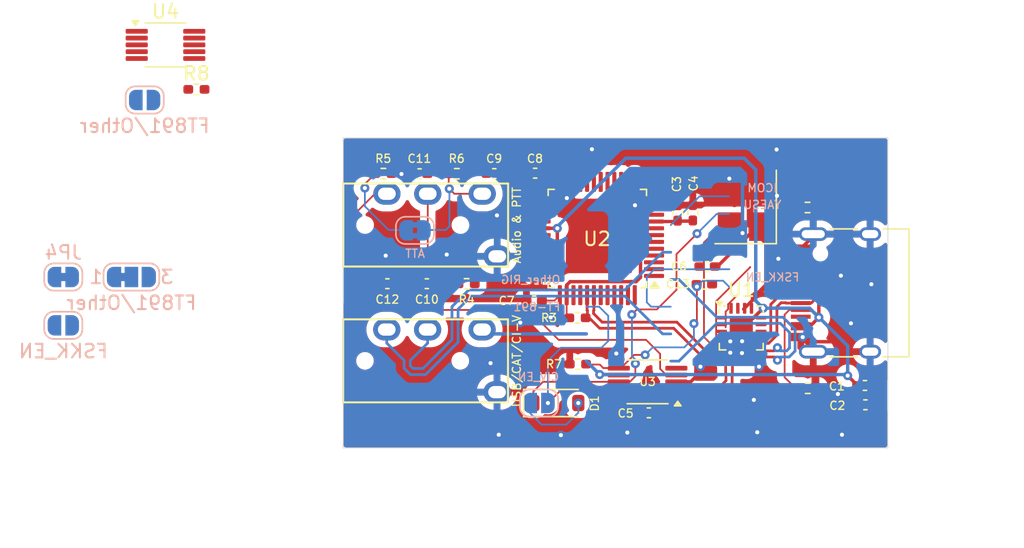
<source format=kicad_pcb>
(kicad_pcb (version 20241229) (generator "pcbnew") (generator_version "9.0")
  (layers (0 "F.Cu" signal) (2 "B.Cu" signal) (13 "F.Paste" user) (15 "B.Paste" user) (5 "F.SilkS" user "F.Silkscreen") (7 "B.SilkS" user "B.Silkscreen") (1 "F.Mask" user) (3 "B.Mask" user) (25 "Edge.Cuts" user))
  (net 0 "")
  (net 1 "+5V")
  (net 2 "GND")
  (net 3 "Net-(U3-V3)")
  (net 4 "+3.3V")
  (net 5 "Net-(U1-VDD33)")
  (net 6 "Net-(U2-AREG36)")
  (net 7 "Net-(U2-VREF)")
  (net 8 "Net-(U2-MICIN)")
  (net 9 "Net-(C10-Pad2)")
  (net 10 "/RIG_AFIN")
  (net 11 "Net-(JP6-A)")
  (net 12 "Net-(D1-A)")
  (net 13 "/RIG_AUOUT")
  (net 16 "Net-(J3-CC2)")
  (net 17 "Net-(J3-CC1)")
  (net 18 "PC_RTS")
  (net 19 "AUDIO_D+")
  (net 20 "Net-(U2-LOL)")
  (net 21 "RIG_RX")
  (net 23 "Net-(JP1-B)")
  (net 24 "Net-(U1-XO)")
  (net 26 "Net-(U1-XI)")
  (net 45 "AUDIO_D-")
  (net 50 "891USB_D+")
  (net 51 "SERIAL_D-")
  (net 52 "SERIAL_D+")
  (net 53 "891USB_D-")
  (net 55 "/DU-")
  (net 56 "/DU+")
  (net 57 "PC_TxD")
  (net 58 "PC_RxD")
  (net 59 "PC_DTR")
  (net 60 "GND{slash}RIG_FSK")
  (net 61 "unconnected-(U1-DM1--Pad9)")
  (net 62 "RIGD_T")
  (net 63 "RIGD_R-")
  (net 64 "RIGD_R+")
  (net 71 "unconnected-(U1-DP1+-Pad10)")
  (net 73 "RIG_FSK")
  (footprint "Capacitor_SMD:C_0402_1005Metric_Pad0.74x0.62mm_HandSolder" (layer "F.Cu") (at 94.0325 52.2 180)
    (property "Reference" "C7")
    (property "Value" "10uF")
  )
  (footprint "digiport:SolderJumper3-BCu" (layer "F.Cu") (at 64.46 50.45)
    (property "Reference" "JP2" (hide yes))
    (property "Value" "FT891/Other")
  )
  (footprint "Capacitor_SMD:C_0402_1005Metric_Pad0.74x0.62mm_HandSolder" (layer "F.Cu") (at 102.4525 60.43)
    (property "Reference" "C5")
    (property "Value" "100nF")
  )
  (footprint "Crystal:Crystal_SMD_3225-4Pin_3.2x2.5mm_HandSoldering" (layer "F.Cu") (at 109.56 45.3 90)
    (property "Reference" "Y1" (hide yes))
    (property "Value" "12MHz")
  )
  (footprint "Capacitor_SMD:C_0402_1005Metric_Pad0.74x0.62mm_HandSolder" (layer "F.Cu") (at 83.2525 50.94 180)
    (property "Reference" "C12")
    (property "Value" "1nF")
  )
  (footprint "Resistor_SMD:R_0402_1005Metric_Pad0.72x0.64mm_HandSolder" (layer "F.Cu") (at 114.1025 45.34)
    (property "Reference" "R1" (hide yes))
    (property "Value" "5.1k")
  )
  (footprint "digiport:SolderJumper-BCu-Bridged" (layer "F.Cu") (at 59.46 50.45)
    (property "Reference" "JP4")
    (property "Value" "Yaesu/ICOM")
  )
  (footprint "digiport:SolderJumper2-BCu" (layer "F.Cu") (at 59.46 54)
    (property "Reference" "JP5")
    (property "Value" "FSKK_EN")
  )
  (footprint "Package_QFP:LQFP-48_7x7mm_P0.5mm" (layer "F.Cu") (at 98.6675 47.62 180)
    (property "Reference" "U2")
    (property "Value" "CM108B")
  )
  (footprint "Resistor_SMD:R_0402_1005Metric_Pad0.72x0.64mm_HandSolder" (layer "F.Cu") (at 97.2425 56.85 180)
    (property "Reference" "R7")
    (property "Value" "4.7k")
  )
  (footprint "Capacitor_SMD:C_0402_1005Metric_Pad0.74x0.62mm_HandSolder" (layer "F.Cu") (at 85.6175 42.86 180)
    (property "Reference" "C11")
    (property "Value" "1nF")
  )
  (footprint "Capacitor_SMD:C_0402_1005Metric_Pad0.74x0.62mm_HandSolder" (layer "F.Cu") (at 118.35 59.84)
    (property "Reference" "C2")
    (property "Value" "100nF")
  )
  (footprint "Resistor_SMD:R_0402_1005Metric_Pad0.72x0.64mm_HandSolder" (layer "F.Cu") (at 89.0725 50.95 180)
    (property "Reference" "R4")
    (property "Value" "22")
  )
  (footprint "digiport:TRRS-PJ-320A" (layer "F.Cu") (at 80.0075 56.61 90)
    (property "Reference" "J2" (hide yes))
    (property "Value" "USB/CIV/CAT")
  )
  (footprint "digiport:TRRS-PJ-320A" (layer "F.Cu") (at 80.0175 46.63 90)
    (property "Reference" "J1" (hide yes))
    (property "Value" "Audio&PTT")
  )
  (footprint "digiport:SolderJumper2-BCu" (layer "F.Cu") (at 65.4325 37.44)
    (property "Reference" "JP1")
    (property "Value" "FT891/Other")
  )
  (footprint "Package_SO:MSOP-10_3x3mm_P0.5mm" (layer "F.Cu") (at 66.9625 33.39)
    (property "Reference" "U4")
    (property "Value" "CH442E")
  )
  (footprint "Capacitor_SMD:C_0402_1005Metric_Pad0.74x0.62mm_HandSolder" (layer "F.Cu") (at 106.5275 50.98 180)
    (property "Reference" "C13")
    (property "Value" "100nF")
  )
  (footprint "Capacitor_SMD:C_0402_1005Metric_Pad0.74x0.62mm_HandSolder" (layer "F.Cu") (at 105.68 45.7275 90)
    (property "Reference" "C4")
    (property "Value" "100nF")
  )
  (footprint "Capacitor_SMD:C_0402_1005Metric_Pad0.74x0.62mm_HandSolder" (layer "F.Cu") (at 91.1025 42.85)
    (property "Reference" "C9")
    (property "Value" "10uF")
  )
  (footprint "Resistor_SMD:R_0402_1005Metric_Pad0.72x0.64mm_HandSolder" (layer "F.Cu") (at 114.1225 58.63)
    (property "Reference" "R2" (hide yes))
    (property "Value" "5.1k")
  )
  (footprint "Capacitor_SMD:C_0402_1005Metric_Pad0.74x0.62mm_HandSolder" (layer "F.Cu") (at 94.1025 42.82 180)
    (property "Reference" "C8")
    (property "Value" "10uF")
  )
  (footprint "Resistor_SMD:R_0402_1005Metric_Pad0.72x0.64mm_HandSolder" (layer "F.Cu") (at 69.2325 36.66)
    (property "Reference" "R8")
    (property "Value" "10k")
  )
  (footprint "Resistor_SMD:R_0402_1005Metric_Pad0.72x0.64mm_HandSolder" (layer "F.Cu") (at 82.9625 42.85 180)
    (property "Reference" "R5")
    (property "Value" "10k")
  )
  (footprint "Capacitor_SMD:C_0402_1005Metric_Pad0.74x0.62mm_HandSolder" (layer "F.Cu") (at 118.3175 58.42)
    (property "Reference" "C1")
    (property "Value" "10uF")
  )
  (footprint "Capacitor_SMD:C_0402_1005Metric_Pad0.74x0.62mm_HandSolder" (layer "F.Cu") (at 106.7275 49.68 180)
    (property "Reference" "C6")
    (property "Value" "10uF")
  )
  (footprint "Resistor_SMD:R_0402_1005Metric_Pad0.72x0.64mm_HandSolder" (layer "F.Cu") (at 88.3525 42.86 180)
    (property "Reference" "R6")
    (property "Value" "100k")
  )
  (footprint "Diode_SMD:D_SOD-123" (layer "F.Cu") (at 95.62 59.71)
    (property "Reference" "D1")
    (property "Value" "1N4148W")
  )
  (footprint "Capacitor_SMD:C_0402_1005Metric_Pad0.74x0.62mm_HandSolder" (layer "F.Cu") (at 104.56 45.7375 90)
    (property "Reference" "C3")
    (property "Value" "10uF")
  )
  (footprint "digiport:QFN-16-1EP_3x3mm_P0.5mm_EP1.7x1.7mm_ThermalVias" (layer "F.Cu") (at 109.235 54.195)
    (property "Reference" "U1")
    (property "Value" "CH334P")
  )
  (footprint "Resistor_SMD:R_0402_1005Metric_Pad0.72x0.64mm_HandSolder" (layer "F.Cu") (at 97.2125 53.45)
    (property "Reference" "R3")
    (property "Value" "1.5k")
  )
  (footprint "Connector_USB:USB_C_Receptacle_HRO_TYPE-C-31-M-12" (layer "F.Cu") (at 117.65 51.615 90)
    (property "Reference" "J3" (hide yes))
    (property "Value" "USB_C_Receptacle_USB2.0_16P")
  )
  (footprint "Capacitor_SMD:C_0402_1005Metric_Pad0.74x0.62mm_HandSolder" (layer "F.Cu") (at 86.1525 50.94)
    (property "Reference" "C10")
    (property "Value" "10uF")
  )
  (footprint "Package_SO:MSOP-10_3x3mm_P0.5mm" (layer "F.Cu") (at 102.3575 58.15 180)
    (property "Reference" "U3")
    (property "Value" "CH340X")
  )
  (footprint "Jumper:SolderJumper-2_P1.3mm_Open_RoundedPad1.0x1.5mm" (layer "B.Cu") (at 94.39 59.71 180)
    (property "Reference" "JP3" (hide yes))
    (property "Value" "CIV_EN")
  )
  (footprint "Jumper:SolderJumper-2_P1.3mm_Bridged2Bar_RoundedPad1.0x1.5mm" (layer "B.Cu") (at 85.28 47.02)
    (property "Reference" "JP6" (hide yes))
    (property "Value" "ATT")
  )
  (gr_rect (start 80 40.215) (end 120 63.015) (stroke (width 0.05)) (fill no) (layer "Edge.Cuts"))
  (gr_text "Audio & PTT" (at 93.1 49.51 90) (layer "F.SilkS") (effects (font (size 0.6 0.6) (thickness 0.1) (bold yes)) (justify left bottom)))
  (gr_text "USB/CAT/CI-V" (at 93.1 60.075714 90) (layer "F.SilkS") (effects (font (size 0.6 0.6) (thickness 0.1) (bold yes)) (justify left bottom)))
  (gr_text "YAESU" (at 110.79 45.49 0) (layer "B.SilkS") (effects (font (size 0.6 0.6) (thickness 0.1) (bold yes)) (justify bottom mirror)))
  (gr_text "Other_RIG" (at 96.01 51.0035 0) (layer "B.SilkS") (effects (font (size 0.6 0.6) (thickness 0.1) (bold yes)) (justify left bottom mirror)))
  (gr_text "ICOM" (at 110.79 44.26 0) (layer "B.SilkS") (effects (font (size 0.6 0.6) (thickness 0.1) (bold yes)) (justify bottom mirror)))
  (gr_text "CIV_EN" (at 95.92 58.14 0) (layer "B.SilkS") (effects (font (size 0.6 0.6) (thickness 0.1) (bold yes)) (justify left bottom mirror)))
  (gr_text "FT-891" (at 96.01 53.0035 0) (layer "B.SilkS") (effects (font (size 0.6 0.6) (thickness 0.1) (bold yes)) (justify left bottom mirror)))
  (gr_text "ATT" (at 86.07 49.08 0) (layer "B.SilkS") (effects (font (size 0.6 0.6) (thickness 0.1) (bold yes)) (justify left bottom mirror)))
  (gr_text "FSKK_EN" (at 111.53 50.82 0) (layer "B.SilkS") (effects (font (size 0.6 0.6) (thickness 0.1) (bold yes)) (justify bottom mirror)))
  (segment (start 108.32 44.52) (end 106.17 44.52) (width 0.127) (layer "B.Cu") (net 0))
  (segment (start 106.17 44.52) (end 104.06 46.63) (width 0.127) (layer "B.Cu") (net 0))
  (segment (start 114.933 49.812) (end 114.933 53.418) (width 0.25) (layer "F.Cu") (net 1))
  (segment (start 108.850001 53.49) (end 108.59 53.750001) (width 0.25) (layer "F.Cu") (net 1))
  (segment (start 95.69 46.87) (end 95.73 46.87) (width 0.25) (layer "F.Cu") (net 1))
  (segment (start 95.73 46.87) (end 95.73 48.882499) (width 0.25) (layer "F.Cu") (net 1))
  (segment (start 117.75 58.42) (end 117.75 58.4) (width 0.25) (layer "F.Cu") (net 1))
  (segment (start 114.286 49.165) (end 114.933 49.812) (width 0.25) (layer "F.Cu") (net 1))
  (segment (start 95.69 46.87) (end 94.505 46.87) (width 0.25) (layer "F.Cu") (net 1))
  (segment (start 95.73 48.882499) (end 95.73 49.55) (width 0.25) (layer "F.Cu") (net 1))
  (segment (start 95.73 48.882499) (end 95.242499 49.37) (width 0.25) (layer "F.Cu") (net 1))
  (segment (start 95.41 49.87) (end 94.505 49.87) (width 0.25) (layer "F.Cu") (net 1))
  (segment (start 114.07 49.16) (end 114.15 49.08) (width 0.25) (layer "F.Cu") (net 1))
  (segment (start 110.1 53.49) (end 110.1 53.48502) (width 0.25) (layer "F.Cu") (net 1))
  (segment (start 113.605 49.165) (end 114.286 49.165) (width 0.25) (layer "F.Cu") (net 1))
  (segment (start 113.605 54.065) (end 114.286 54.065) (width 0.25) (layer "F.Cu") (net 1))
  (segment (start 110.1 53.49) (end 108.850001 53.49) (width 0.25) (layer "F.Cu") (net 1))
  (segment (start 100.21 57.615) (end 100.245 57.65) (width 0.25) (layer "F.Cu") (net 1))
  (segment (start 110.1 53.48502) (end 110.84502 52.74) (width 0.25) (layer "F.Cu") (net 1))
  (segment (start 108.59 53.750001) (end 108.59 54.15) (width 0.25) (layer "F.Cu") (net 1))
  (segment (start 98.845 57.615) (end 100.21 57.615) (width 0.25) (layer "F.Cu") (net 1))
  (segment (start 117.75 58.42) (end 117.75 59.8075) (width 0.25) (layer "F.Cu") (net 1))
  (segment (start 117.75 58.4) (end 117.05 57.7) (width 0.25) (layer "F.Cu") (net 1))
  (segment (start 95.73 49.55) (end 95.41 49.87) (width 0.25) (layer "F.Cu") (net 1))
  (segment (start 95.242499 49.37) (end 94.505 49.37) (width 0.25) (layer "F.Cu") (net 1))
  (segment (start 114.286 54.065) (end 114.933 53.418) (width 0.25) (layer "F.Cu") (net 1))
  (segment (start 117.75 59.8075) (end 117.7825 59.84) (width 0.25) (layer "F.Cu") (net 1))
  (via micro (at 117.05 57.7) (size 0.66) (drill 0.3) (layers "F.Cu" "B.Cu") (net 1))
  (via micro (at 110.84502 52.74) (size 0.66) (drill 0.3) (layers "F.Cu" "B.Cu") (net 1))
  (via micro (at 95.73 46.87) (size 0.66) (drill 0.3) (layers "F.Cu" "B.Cu") (net 1))
  (via micro (at 98.845 57.615) (size 0.66) (drill 0.3) (layers "F.Cu" "B.Cu") (net 1))
  (via micro (at 114.933 53.418) (size 0.66) (drill 0.3) (layers "F.Cu" "B.Cu") (net 1))
  (segment (start 114.653864 53.1175) (end 117.05 55.513636) (width 0.25) (layer "B.Cu") (net 1))
  (segment (start 114.6325 53.1175) (end 114.933 53.418) (width 0.25) (layer "B.Cu") (net 1))
  (segment (start 114.255 52.74) (end 114.6325 53.1175) (width 0.25) (layer "B.Cu") (net 1))
  (segment (start 117.05 55.513636) (end 117.05 57.7) (width 0.25) (layer "B.Cu") (net 1))
  (segment (start 110.84502 52.74) (end 114.255 52.74) (width 0.25) (layer "B.Cu") (net 1))
  (segment (start 110.3 42.57) (end 109.45 41.72) (width 0.25) (layer "B.Cu") (net 1))
  (segment (start 110.3 52.2) (end 110.3 42.57) (width 0.25) (layer "B.Cu") (net 1))
  (segment (start 98.845 57.615) (end 98.85 57.62) (width 0.25) (layer "B.Cu") (net 1))
  (segment (start 97.86 56.63) (end 98.845 57.615) (width 0.25) (layer "B.Cu") (net 1))
  (segment (start 100.76 41.72) (end 95.73 46.75) (width 0.25) (layer "B.Cu") (net 1))
  (segment (start 110.84 52.74) (end 110.3 52.2) (width 0.25) (layer "B.Cu") (net 1))
  (segment (start 95.73 46.75) (end 95.73 46.87) (width 0.25) (layer "B.Cu") (net 1))
  (segment (start 116.97 57.62) (end 117.05 57.7) (width 0.25) (layer "B.Cu") (net 1))
  (segment (start 109.45 41.72) (end 100.76 41.72) (width 0.25) (layer "B.Cu") (net 1))
  (segment (start 98.85 57.62) (end 116.97 57.62) (width 0.25) (layer "B.Cu") (net 1))
  (segment (start 114.6325 53.1175) (end 114.653864 53.1175) (width 0.25) (layer "B.Cu") (net 1))
  (segment (start 110.84502 52.74) (end 110.84 52.74) (width 0.25) (layer "B.Cu") (net 1))
  (segment (start 95.9175 43.4575) (end 96.9175 43.4575) (width 0.25) (layer "F.Cu") (net 2))
  (segment (start 107.59 49.72) (end 107.59 49.57) (width 0.25) (layer "F.Cu") (net 2))
  (segment (start 110.365 47.295) (end 109.89 46.82) (width 0.25) (layer "F.Cu") (net 2))
  (segment (start 111.96 50.265) (end 111.96 49.11) (width 0.25) (layer "F.Cu") (net 2))
  (segment (start 83.59 42.88) (end 83.56 42.85) (width 0.25) (layer "F.Cu") (net 2))
  (segment (start 109.89 46.82) (end 109.89 46.664) (width 0.25) (layer "F.Cu") (net 2))
  (segment (start 93.767501 50.37) (end 93.5145 50.116999) (width 0.25) (layer "F.Cu") (net 2))
  (segment (start 100.9175 43.4575) (end 100.9175 44.660942) (width 0.25) (layer "F.Cu") (net 2))
  (segment (start 96.43 43.47) (end 96.4175 43.4575) (width 0.25) (layer "F.Cu") (net 2))
  (segment (start 113.605 54.865) (end 113.946 55.206) (width 0.25) (layer "F.Cu") (net 2))
  (segment (start 96.55 44.65) (end 96.9175 44.2825) (width 0.25) (layer "F.Cu") (net 2))
  (segment (start 114.52 47.295) (end 114.52 45.52) (width 0.25) (layer "F.Cu") (net 2))
  (segment (start 96.9175 44.2825) (end 96.9175 43.4575) (width 0.25) (layer "F.Cu") (net 2))
  (segment (start 106.24 57.43) (end 106.24 57.038) (width 0.25) (layer "F.Cu") (net 2))
  (segment (start 105.52 58.15) (end 106.24 57.43) (width 0.25) (layer "F.Cu") (net 2))
  (segment (start 111.043 51.023) (end 111.043 47.973) (width 0.25) (layer "F.Cu") (net 2))
  (segment (start 107.59 49.57) (end 109.89 47.27) (width 0.25) (layer "F.Cu") (net 2))
  (segment (start 114.52 45.52) (end 114.7 45.34) (width 0.25) (layer "F.Cu") (net 2))
  (segment (start 113.605 54.865) (end 113.595 54.865) (width 0.25) (layer "F.Cu") (net 2))
  (segment (start 110.54 57.038) (end 110.64 57.138) (width 0.25) (layer "F.Cu") (net 2))
  (segment (start 115.934 55.206) (end 117.29 53.85) (width 0.25) (layer "F.Cu") (net 2))
  (segment (start 110.0575 51.8) (end 110.0575 52.16) (width 0.25) (layer "F.Cu") (net 2))
  (segment (start 93.5145 50.116999) (end 93.5145 49.157058) (width 0.25) (layer "F.Cu") (net 2))
  (segment (start 111.043 47.973) (end 109.89 46.82) (width 0.25) (layer "F.Cu") (net 2))
  (segment (start 93.801558 48.87) (end 94.505 48.87) (width 0.25) (layer "F.Cu") (net 2))
  (segment (start 110.425 51.8) (end 111.96 50.265) (width 0.25) (layer "F.Cu") (net 2))
  (segment (start 104.47 58.15) (end 105.52 58.15) (width 0.25) (layer "F.Cu") (net 2))
  (segment (start 110.0575 51.8) (end 110.266 51.8) (width 0.25) (layer "F.Cu") (net 2))
  (segment (start 114.52 55.78) (end 113.605 54.865) (width 0.25) (layer "F.Cu") (net 2))
  (segment (start 114.52 55.935) (end 114.52 58.43) (width 0.25) (layer "F.Cu") (net 2))
  (segment (start 94.505 50.37) (end 93.767501 50.37) (width 0.25) (layer "F.Cu") (net 2))
  (segment (start 96.43 44.65) (end 96.21 44.65) (width 0.25) (layer "F.Cu") (net 2))
  (segment (start 114.52 47.295) (end 114.52 47.45) (width 0.25) (layer "F.Cu") (net 2))
  (segment (start 110.0575 51.8) (end 110.425 51.8) (width 0.25) (layer "F.Cu") (net 2))
  (segment (start 114.52 47.45) (end 113.605 48.365) (width 0.25) (layer "F.Cu") (net 2))
  (segment (start 84.29 42.88) (end 85.03 42.88) (width 0.25) (layer "F.Cu") (net 2))
  (segment (start 101.433279 45.176721) (end 102.126558 45.87) (width 0.25) (layer "F.Cu") (net 2))
  (segment (start 113.946 55.206) (end 115.934 55.206) (width 0.25) (layer "F.Cu") (net 2))
  (segment (start 110.0575 52.16) (end 109.4075 52.81) (width 0.25) (layer "F.Cu") (net 2))
  (segment (start 109.89 47.27) (end 109.89 46.82) (width 0.25) (layer "F.Cu") (net 2))
  (segment (start 114.52 58.43) (end 114.72 58.63) (width 0.25) (layer "F.Cu") (net 2))
  (segment (start 96.43 44.65) (end 96.55 44.65) (width 0.25) (layer "F.Cu") (net 2))
  (segment (start 100.9175 44.660942) (end 101.433279 45.176721) (width 0.25) (layer "F.Cu") (net 2))
  (segment (start 85.03 42.88) (end 85.05 42.86) (width 0.25) (layer "F.Cu") (net 2))
  (segment (start 84.29 42.88) (end 83.59 42.88) (width 0.25) (layer "F.Cu") (net 2))
  (segment (start 110.266 51.8) (end 111.043 51.023) (width 0.25) (layer "F.Cu") (net 2))
  (segment (start 95.9175 44.3575) (end 95.9175 43.4575) (width 0.25) (layer "F.Cu") (net 2))
  (segment (start 93.5145 49.157058) (end 93.801558 48.87) (width 0.25) (layer "F.Cu") (net 2))
  (segment (start 102.126558 45.87) (end 102.83 45.87) (width 0.25) (layer "F.Cu") (net 2))
  (segment (start 93.465 51.41) (end 94.505 50.37) (width 0.25) (layer "F.Cu") (net 2))
  (segment (start 96.43 44.65) (end 96.43 43.47) (width 0.25) (layer "F.Cu") (net 2))
  (segment (start 96.21 44.65) (end 95.9175 44.3575) (width 0.25) (layer "F.Cu") (net 2))
  (segment (start 93.465 52.2) (end 93.465 51.41) (width 0.25) (layer "F.Cu") (net 2))
  (segment (start 114.52 55.935) (end 114.52 55.78) (width 0.25) (layer "F.Cu") (net 2))
  (via micro (at 98.27 41.06) (size 0.66) (drill 0.3) (layers "F.Cu" "B.Cu") (net 2))
  (via micro (at 118.79 50.98) (size 0.66) (drill 0.3) (layers "F.Cu" "B.Cu") (net 2))
  (via micro (at 109.3 55.17) (size 0.66) (drill 0.3) (layers "F.Cu" "B.Cu") (net 2))
  (via micro (at 109.328 47.22) (size 0.66) (drill 0.3) (layers "F.Cu" "B.Cu") (net 2))
  (via micro (at 100.06 56.07) (size 0.66) (drill 0.3) (layers "F.Cu" "B.Cu") (net 2))
  (via micro (at 110.16 59.48) (size 0.66) (drill 0.3) (layers "F.Cu" "B.Cu") (net 2))
  (via micro (at 117.29 53.85) (size 0.66) (drill 0.3) (layers "F.Cu" "B.Cu") (net 2))
  (via micro (at 101.433279 45.176721) (size 0.66) (drill 0.3) (layers "F.Cu" "B.Cu") (net 2))
  (via micro (at 116.33 59.05) (size 0.66) (drill 0.3) (layers "F.Cu" "B.Cu") (net 2))
  (via micro (at 91.43 62.04) (size 0.66) (drill 0.3) (layers "F.Cu" "B.Cu") (net 2))
  (via micro (at 108.36 43.22) (size 0.66) (drill 0.3) (layers "F.Cu" "B.Cu") (net 2))
  (via micro (at 113.747 54.865) (size 0.66) (drill 0.3) (layers "F.Cu" "B.Cu") (net 2))
  (via micro (at 90.83 56.78) (size 0.66) (drill 0.3) (layers "F.Cu" "B.Cu") (net 2))
  (via micro (at 87.61 48.8) (size 0.66) (drill 0.3) (layers "F.Cu" "B.Cu") (net 2))
  (via micro (at 110.41 61.86) (size 0.66) (drill 0.3) (layers "F.Cu" "B.Cu") (net 2))
  (via micro (at 116.55 50.35) (size 0.66) (drill 0.3) (layers "F.Cu" "B.Cu") (net 2))
  (via micro (at 84.29 42.88) (size 0.66) (drill 0.3) (layers "F.Cu" "B.Cu") (net 2))
  (via micro (at 116.63 62.04) (size 0.66) (drill 0.3) (layers "F.Cu" "B.Cu") (net 2))
  (via micro (at 93.01 53.8) (size 0.66) (drill 0.3) (layers "F.Cu" "B.Cu") (net 2))
  (via micro (at 96.43 44.65) (size 0.66) (drill 0.3) (layers "F.Cu" "B.Cu") (net 2))
  (via micro (at 110.54 57.038) (size 0.66) (drill 0.3) (layers "F.Cu" "B.Cu") (net 2))
  (via micro (at 111.96 49.11) (size 0.66) (drill 0.3) (layers "F.Cu" "B.Cu") (net 2))
  (via micro (at 95.24 53.42) (size 0.66) (drill 0.3) (layers "F.Cu" "B.Cu") (net 2))
  (via micro (at 108.43 56.01) (size 0.66) (drill 0.3) (layers "F.Cu" "B.Cu") (net 2))
  (via micro (at 106.24 57.038) (size 0.66) (drill 0.3) (layers "F.Cu" "B.Cu") (net 2))
  (via micro (at 100.87 61.88) (size 0.66) (drill 0.3) (layers "F.Cu" "B.Cu") (net 2))
  (via micro (at 95.99 62.07) (size 0.66) (drill 0.3) (layers "F.Cu" "B.Cu") (net 2))
  (via micro (at 91.3 45.92) (size 0.66) (drill 0.3) (layers "F.Cu" "B.Cu") (net 2))
  (via micro (at 111.86 44.48) (size 0.66) (drill 0.3) (layers "F.Cu" "B.Cu") (net 2))
  (via micro (at 109.29 56.04) (size 0.66) (drill 0.3) (layers "F.Cu" "B.Cu") (net 2))
  (via micro (at 108.43 55.18) (size 0.66) (drill 0.3) (layers "F.Cu" "B.Cu") (net 2))
  (via micro (at 83.13 48.88) (size 0.66) (drill 0.3) (layers "F.Cu" "B.Cu") (net 2))
  (via micro (at 111.83 41.08) (size 0.66) (drill 0.3) (layers "F.Cu" "B.Cu") (net 2))
  (segment (start 109.328 43.473) (end 109.075 43.22) (width 0.25) (layer "B.Cu") (net 2))
  (segment (start 109.328 47.22) (end 109.328 43.473) (width 0.25) (layer "B.Cu") (net 2))
  (segment (start 108.36 43.22) (end 108.32 43.22) (width 0.25) (layer "B.Cu") (net 2))
  (segment (start 109.075 43.22) (end 108.36 43.22) (width 0.25) (layer "B.Cu") (net 2))
  (segment (start 108.36 48.58) (end 109.328 47.612) (width 0.25) (layer "B.Cu") (net 2))
  (segment (start 109.328 47.612) (end 109.328 47.22) (width 0.25) (layer "B.Cu") (net 2))
  (segment (start 101.885 60.43) (end 101.525 60.43) (width 0.127) (layer "F.Cu") (net 3))
  (segment (start 101.525 60.43) (end 100.245 59.15) (width 0.127) (layer "F.Cu") (net 3))
  (segment (start 101.518 50.792) (end 101.8395 50.4705) (width 0.25) (layer "F.Cu") (net 4))
  (segment (start 96.4175 51.7825) (end 96.4175 51.045001) (width 0.25) (layer "F.Cu") (net 4))
  (segment (start 101.8395 47.082942) (end 101.8395 46.623001) (width 0.25) (layer "F.Cu") (net 4))
  (segment (start 102.83 46.37) (end 104.58 46.37) (width 0.25) (layer "F.Cu") (net 4))
  (segment (start 101.204558 50.792) (end 101.518 50.792) (width 0.25) (layer "F.Cu") (net 4))
  (segment (start 96.4175 51.045001) (end 96.670501 50.792) (width 0.25) (layer "F.Cu") (net 4))
  (segment (start 101.130442 50.792) (end 101.1675 50.829058) (width 0.25) (layer "F.Cu") (net 4))
  (segment (start 104.58 46.37) (end 104.6 46.35) (width 0.25) (layer "F.Cu") (net 4))
  (segment (start 102.092501 46.37) (end 102.83 46.37) (width 0.25) (layer "F.Cu") (net 4))
  (segment (start 101.8395 46.623001) (end 102.092501 46.37) (width 0.25) (layer "F.Cu") (net 4))
  (segment (start 96.415 53.43) (end 96.415 51.785) (width 0.127) (layer "F.Cu") (net 4))
  (segment (start 101.1675 50.829058) (end 101.204558 50.792) (width 0.25) (layer "F.Cu") (net 4))
  (segment (start 102.83 47.37) (end 102.126558 47.37) (width 0.25) (layer "F.Cu") (net 4))
  (segment (start 101.8395 50.4705) (end 101.8395 47.082942) (width 0.25) (layer "F.Cu") (net 4))
  (segment (start 96.415 51.785) (end 96.4175 51.7825) (width 0.127) (layer "F.Cu") (net 4))
  (segment (start 105.72 46.34) (end 104.61 46.34) (width 0.25) (layer "F.Cu") (net 4))
  (segment (start 96.670501 50.792) (end 101.130442 50.792) (width 0.25) (layer "F.Cu") (net 4))
  (segment (start 102.126558 47.37) (end 101.8395 47.082942) (width 0.25) (layer "F.Cu") (net 4))
  (segment (start 108.2725 52.81) (end 108.2725 52.45) (width 0.127) (layer "F.Cu") (net 5))
  (segment (start 108.09 52.9925) (end 108.2725 52.81) (width 0.127) (layer "F.Cu") (net 5))
  (segment (start 108.09 54.15) (end 108.09 52.9925) (width 0.127) (layer "F.Cu") (net 5))
  (segment (start 108.2725 52.45) (end 108.9225 51.8) (width 0.127) (layer "F.Cu") (net 5))
  (segment (start 94.7 52.18) (end 95.52 52.18) (width 0.127) (layer "F.Cu") (net 6))
  (segment (start 94.6 52.2) (end 94.68 52.2) (width 0.127) (layer "F.Cu") (net 6))
  (segment (start 94.68 52.2) (end 94.7 52.18) (width 0.127) (layer "F.Cu") (net 6))
  (segment (start 95.52 52.18) (end 95.9175 51.7825) (width 0.127) (layer "F.Cu") (net 6))
  (segment (start 93.535 42.82) (end 93.535 45.137499) (width 0.127) (layer "F.Cu") (net 7))
  (segment (start 93.767501 45.37) (end 94.505 45.37) (width 0.127) (layer "F.Cu") (net 7))
  (segment (start 93.535 45.137499) (end 93.767501 45.37) (width 0.127) (layer "F.Cu") (net 7))
  (segment (start 92.24 42.85) (end 92.86 43.47) (width 0.127) (layer "F.Cu") (net 8))
  (segment (start 93.62 45.87) (end 94.505 45.87) (width 0.127) (layer "F.Cu") (net 8))
  (segment (start 92.86 43.47) (end 92.86 45.11) (width 0.127) (layer "F.Cu") (net 8))
  (segment (start 92.86 45.11) (end 93.62 45.87) (width 0.127) (layer "F.Cu") (net 8))
  (segment (start 91.67 42.85) (end 92.24 42.85) (width 0.127) (layer "F.Cu") (net 8))
  (segment (start 88.475 50.95) (end 86.73 50.95) (width 0.127) (layer "F.Cu") (net 9))
  (segment (start 86.73 50.95) (end 86.72 50.94) (width 0.127) (layer "F.Cu") (net 9))
  (segment (start 85.585 50.885) (end 86.2175 50.2525) (width 0.127) (layer "F.Cu") (net 10))
  (segment (start 85.585 50.94) (end 85.585 50.885) (width 0.127) (layer "F.Cu") (net 10))
  (segment (start 85.585 50.94) (end 83.82 50.94) (width 0.127) (layer "F.Cu") (net 10))
  (segment (start 86.2175 50.2525) (end 86.2175 44.33) (width 0.127) (layer "F.Cu") (net 10))
  (segment (start 88.95 42.86) (end 90.525 42.86) (width 0.127) (layer "F.Cu") (net 11))
  (segment (start 82.365 42.505) (end 82.365 42.85) (width 0.127) (layer "F.Cu") (net 11))
  (segment (start 90.525 42.86) (end 90.535 42.85) (width 0.127) (layer "F.Cu") (net 11))
  (segment (start 82.67 42.2) (end 82.365 42.505) (width 0.127) (layer "F.Cu") (net 11))
  (segment (start 88.95 42.51) (end 88.64 42.2) (width 0.127) (layer "F.Cu") (net 11))
  (segment (start 81.6 43.615) (end 82.365 42.85) (width 0.127) (layer "F.Cu") (net 11))
  (segment (start 81.6 43.91) (end 81.6 43.615) (width 0.127) (layer "F.Cu") (net 11))
  (segment (start 88.95 42.86) (end 88.95 42.51) (width 0.127) (layer "F.Cu") (net 11))
  (segment (start 88.64 42.2) (end 82.67 42.2) (width 0.127) (layer "F.Cu") (net 11))
  (via (at 81.6 43.91) (size 0.66) (drill 0.3) (layers "F.Cu" "B.Cu") (net 11))
  (segment (start 83.34 46.99) (end 84.55 46.99) (width 0.127) (layer "B.Cu") (net 11))
  (segment (start 81.6 43.91) (end 81.6 45.25) (width 0.127) (layer "B.Cu") (net 11))
  (segment (start 81.6 45.25) (end 83.34 46.99) (width 0.127) (layer "B.Cu") (net 11))
  (via micro (at 97.27 59.71) (size 0.66) (drill 0.3) (layers "F.Cu" "B.Cu") (net 12))
  (segment (start 97.27 59.71) (end 97.29 59.73) (width 0.127) (layer "B.Cu") (net 12))
  (segment (start 94.565 61.29) (end 96.4 61.29) (width 0.127) (layer "B.Cu") (net 12))
  (segment (start 93.74 60.465) (end 94.565 61.29) (width 0.127) (layer "B.Cu") (net 12))
  (segment (start 97.27 60.42) (end 97.27 59.71) (width 0.127) (layer "B.Cu") (net 12))
  (segment (start 96.4 61.29) (end 97.27 60.42) (width 0.127) (layer "B.Cu") (net 12))
  (segment (start 93.74 59.71) (end 93.74 60.465) (width 0.127) (layer "B.Cu") (net 12))
  (segment (start 86.185 42.86) (end 87.755 42.86) (width 0.127) (layer "F.Cu") (net 13))
  (segment (start 87.755 43.915) (end 87.755 42.86) (width 0.127) (layer "F.Cu") (net 13))
  (segment (start 88.17 44.33) (end 90.2175 44.33) (width 0.127) (layer "F.Cu") (net 13))
  (segment (start 87.8 43.96) (end 88.17 44.33) (width 0.127) (layer "F.Cu") (net 13))
  (segment (start 87.8 43.96) (end 87.755 43.915) (width 0.127) (layer "F.Cu") (net 13))
  (via (at 87.8 43.96) (size 0.66) (drill 0.3) (layers "F.Cu" "B.Cu") (net 13))
  (segment (start 87.8 43.96) (end 87.81 43.97) (width 0.127) (layer "B.Cu") (net 13))
  (segment (start 87.54 46.99) (end 87.81 46.72) (width 0.127) (layer "B.Cu") (net 13))
  (segment (start 85.85 46.99) (end 87.54 46.99) (width 0.127) (layer "B.Cu") (net 13))
  (segment (start 87.81 43.97) (end 87.81 46.72) (width 0.127) (layer "B.Cu") (net 13))
  (segment (start 112.55 46.295) (end 112.55 49.51) (width 0.127) (layer "F.Cu") (net 16))
  (segment (start 112.55 49.51) (end 112.905 49.865) (width 0.127) (layer "F.Cu") (net 16))
  (segment (start 113.505 45.34) (end 112.55 46.295) (width 0.127) (layer "F.Cu") (net 16))
  (segment (start 112.905 49.865) (end 113.605 49.865) (width 0.127) (layer "F.Cu") (net 16))
  (segment (start 113.3835 58.4885) (end 113.525 58.63) (width 0.127) (layer "F.Cu") (net 17))
  (segment (start 112.42 57.82) (end 112.42 53.21) (width 0.127) (layer "F.Cu") (net 17))
  (segment (start 113.525 58.63) (end 113.23 58.63) (width 0.127) (layer "F.Cu") (net 17))
  (segment (start 112.765 52.865) (end 113.605 52.865) (width 0.127) (layer "F.Cu") (net 17))
  (segment (start 113.23 58.63) (end 112.42 57.82) (width 0.127) (layer "F.Cu") (net 17))
  (segment (start 112.42 53.21) (end 112.765 52.865) (width 0.127) (layer "F.Cu") (net 17))
  (segment (start 102.25 55.07) (end 103.28 56.1) (width 0.127) (layer "F.Cu") (net 18))
  (segment (start 80.69 51.96) (end 81.6 52.87) (width 0.127) (layer "F.Cu") (net 18))
  (segment (start 93.63 52.87) (end 95.83 55.07) (width 0.127) (layer "F.Cu") (net 18))
  (segment (start 81.6 52.87) (end 93.63 52.87) (width 0.127) (layer "F.Cu") (net 18))
  (segment (start 83.2175 44.33) (end 82.34 44.33) (width 0.127) (layer "F.Cu") (net 18))
  (segment (start 103.28 56.1) (end 103.28 57.2) (width 0.127) (layer "F.Cu") (net 18))
  (segment (start 95.83 55.07) (end 102.25 55.07) (width 0.127) (layer "F.Cu") (net 18))
  (segment (start 103.28 57.2) (end 103.73 57.65) (width 0.127) (layer "F.Cu") (net 18))
  (segment (start 80.69 45.98) (end 80.69 51.96) (width 0.127) (layer "F.Cu") (net 18))
  (segment (start 82.34 44.33) (end 80.69 45.98) (width 0.127) (layer "F.Cu") (net 18))
  (segment (start 103.73 57.65) (end 104.47 57.65) (width 0.127) (layer "F.Cu") (net 18))
  (segment (start 106.764999 56.325) (end 106.385 56.325) (width 0.2) (layer "F.Cu") (net 19))
  (segment (start 106.789999 56.35) (end 106.764999 56.325) (width 0.2) (layer "F.Cu") (net 19))
  (segment (start 104.275 54.215) (end 98.836802 54.215) (width 0.2) (layer "F.Cu") (net 19))
  (segment (start 98.836802 54.215) (end 97.9425 53.320698) (width 0.2) (layer "F.Cu") (net 19))
  (segment (start 97.9425 52.913751) (end 97.9175 52.888751) (width 0.2) (layer "F.Cu") (net 19))
  (segment (start 107.39 56.35) (end 106.789999 56.35) (width 0.2) (layer "F.Cu") (net 19))
  (segment (start 97.9425 53.320698) (end 97.9425 52.913751) (width 0.2) (layer "F.Cu") (net 19))
  (segment (start 97.9175 52.888751) (end 97.9175 51.7825) (width 0.2) (layer "F.Cu") (net 19))
  (segment (start 106.385 56.325) (end 104.275 54.215) (width 0.2) (layer "F.Cu") (net 19))
  (segment (start 92.79 46.84) (end 89.97 46.84) (width 0.127) (layer "F.Cu") (net 20))
  (segment (start 89.67 50.43) (end 89.67 50.95) (width 0.127) (layer "F.Cu") (net 20))
  (segment (start 89.05 49.81) (end 89.67 50.43) (width 0.127) (layer "F.Cu") (net 20))
  (segment (start 93.32 47.37) (end 92.79 46.84) (width 0.127) (layer "F.Cu") (net 20))
  (segment (start 89.05 47.76) (end 89.05 49.81) (width 0.127) (layer "F.Cu") (net 20))
  (segment (start 89.97 46.84) (end 89.05 47.76) (width 0.127) (layer "F.Cu") (net 20))
  (segment (start 94.505 47.37) (end 93.32 47.37) (width 0.127) (layer "F.Cu") (net 20))
  (segment (start 107.39 52.23) (end 107.39 54.85) (width 0.127) (layer "F.Cu") (net 24))
  (segment (start 109.89 49.72) (end 109.89 49.73) (width 0.127) (layer "F.Cu") (net 24))
  (segment (start 109.89 49.73) (end 107.39 52.23) (width 0.127) (layer "F.Cu") (net 24))
  (segment (start 106.4985 47.9115) (end 106.4985 54.858499) (width 0.127) (layer "F.Cu") (net 26))
  (segment (start 107.59 46.82) (end 106.4985 47.9115) (width 0.127) (layer "F.Cu") (net 26))
  (segment (start 106.990001 55.35) (end 107.39 55.35) (width 0.127) (layer "F.Cu") (net 26))
  (segment (start 106.4985 54.858499) (end 106.990001 55.35) (width 0.127) (layer "F.Cu") (net 26))
  (segment (start 98.3925 52.913751) (end 98.4175 52.888751) (width 0.2) (layer "F.Cu") (net 45))
  (segment (start 107.39 55.85) (end 106.789999 55.85) (width 0.2) (layer "F.Cu") (net 45))
  (segment (start 99.023198 53.765) (end 98.3925 53.134302) (width 0.2) (layer "F.Cu") (net 45))
  (segment (start 106.615 55.875) (end 104.505 53.765) (width 0.2) (layer "F.Cu") (net 45))
  (segment (start 98.3925 53.134302) (end 98.3925 52.913751) (width 0.2) (layer "F.Cu") (net 45))
  (segment (start 104.505 53.765) (end 99.023198 53.765) (width 0.2) (layer "F.Cu") (net 45))
  (segment (start 106.789999 55.85) (end 106.764999 55.875) (width 0.2) (layer "F.Cu") (net 45))
  (segment (start 106.764999 55.875) (end 106.615 55.875) (width 0.2) (layer "F.Cu") (net 45))
  (segment (start 98.4175 52.888751) (end 98.4175 51.7825) (width 0.2) (layer "F.Cu") (net 45))
  (segment (start 108.115 58.066145) (end 107.506145 58.675) (width 0.2) (layer "F.Cu") (net 51))
  (segment (start 108.09 57.05) (end 108.09 57.650001) (width 0.2) (layer "F.Cu") (net 51))
  (segment (start 108.09 57.650001) (end 108.115 57.675001) (width 0.2) (layer "F.Cu") (net 51))
  (segment (start 105.688751 58.65) (end 104.47 58.65) (width 0.2) (layer "F.Cu") (net 51))
  (segment (start 107.506145 58.675) (end 105.713751 58.675) (width 0.2) (layer "F.Cu") (net 51))
  (segment (start 105.713751 58.675) (end 105.688751 58.65) (width 0.2) (layer "F.Cu") (net 51))
  (segment (start 108.115 57.675001) (end 108.115 58.066145) (width 0.2) (layer "F.Cu") (net 51))
  (segment (start 108.59 57.650001) (end 108.565 57.675001) (width 0.2) (layer "F.Cu") (net 52))
  (segment (start 105.713751 59.125) (end 105.688751 59.15) (width 0.2) (layer "F.Cu") (net 52))
  (segment (start 108.59 57.05) (end 108.59 57.650001) (width 0.2) (layer "F.Cu") (net 52))
  (segment (start 108.565 58.252541) (end 107.692541 59.125) (width 0.2) (layer "F.Cu") (net 52))
  (segment (start 107.692541 59.125) (end 105.713751 59.125) (width 0.2) (layer "F.Cu") (net 52))
  (segment (start 105.688751 59.15) (end 104.47 59.15) (width 0.2) (layer "F.Cu") (net 52))
  (segment (start 108.565 57.675001) (end 108.565 58.252541) (width 0.2) (layer "F.Cu") (net 52))
  (segment (start 113.605 52.365) (end 114.375 52.365) (width 0.2) (layer "F.Cu") (net 55))
  (segment (start 110.915001 55.325) (end 110.890001 55.35) (width 0.2) (layer "F.Cu") (net 55))
  (segment (start 112.517499 52.365) (end 112.492499 52.34) (width 0.2) (layer "F.Cu") (net 55))
  (segment (start 111.852 52.646198) (end 111.852 54.716198) (width 0.2) (layer "F.Cu") (net 55))
  (segment (start 114.58 52.16) (end 114.58 51.64) (width 0.2) (layer "F.Cu") (net 55))
  (segment (start 113.605 52.365) (end 112.517499 52.365) (width 0.2) (layer "F.Cu") (net 55))
  (segment (start 112.492499 52.34) (end 112.158198 52.34) (width 0.2) (layer "F.Cu") (net 55))
  (segment (start 114.305 51.365) (end 113.605 51.365) (width 0.2) (layer "F.Cu") (net 55))
  (segment (start 114.375 52.365) (end 114.58 52.16) (width 0.2) (layer "F.Cu") (net 55))
  (segment (start 112.158198 52.34) (end 111.852 52.646198) (width 0.2) (layer "F.Cu") (net 55))
  (segment (start 111.852 54.716198) (end 111.243198 55.325) (width 0.2) (layer "F.Cu") (net 55))
  (segment (start 111.243198 55.325) (end 110.915001 55.325) (width 0.2) (layer "F.Cu") (net 55))
  (segment (start 110.890001 55.35) (end 110.29 55.35) (width 0.2) (layer "F.Cu") (net 55))
  (segment (start 114.58 51.64) (end 114.305 51.365) (width 0.2) (layer "F.Cu") (net 55))
  (segment (start 112.492499 51.89) (end 111.971802 51.89) (width 0.2) (layer "F.Cu") (net 56))
  (segment (start 112.895 51.865) (end 112.61 51.58) (width 0.2) (layer "F.Cu") (net 56))
  (segment (start 112.865 50.865) (end 112.61 51.12) (width 0.2) (layer "F.Cu") (net 56))
  (segment (start 111.056802 54.875) (end 110.915001 54.875) (width 0.2) (layer "F.Cu") (net 56))
  (segment (start 113.605 51.865) (end 112.517499 51.865) (width 0.2) (layer "F.Cu") (net 56))
  (segment (start 111.971802 51.89) (end 111.40202 52.459782) (width 0.2) (layer "F.Cu") (net 56))
  (segment (start 110.890001 54.85) (end 110.29 54.85) (width 0.2) (layer "F.Cu") (net 56))
  (segment (start 112.61 51.58) (end 112.61 51.12) (width 0.2) (layer "F.Cu") (net 56))
  (segment (start 113.605 51.865) (end 112.895 51.865) (width 0.2) (layer "F.Cu") (net 56))
  (segment (start 111.40202 52.459782) (end 111.40202 54.529782) (width 0.2) (layer "F.Cu") (net 56))
  (segment (start 110.915001 54.875) (end 110.890001 54.85) (width 0.2) (layer "F.Cu") (net 56))
  (segment (start 112.517499 51.865) (end 112.492499 51.89) (width 0.2) (layer "F.Cu") (net 56))
  (segment (start 113.605 50.865) (end 112.865 50.865) (width 0.2) (layer "F.Cu") (net 56))
  (segment (start 111.40202 54.529782) (end 111.056802 54.875) (width 0.2) (layer "F.Cu") (net 56))
  (segment (start 94.68 58.15) (end 93.97 58.86) (width 0.127) (layer "F.Cu") (net 57))
  (segment (start 101.46 56.8161) (end 101.46 57.747499) (width 0.127) (layer "F.Cu") (net 57))
  (segment (start 103.04 52.83) (end 104.48 51.39) (width 0.127) (layer "F.Cu") (net 57))
  (segment (start 104.48 48.77) (end 105.99 47.26) (width 0.127) (layer "F.Cu") (net 57))
  (segment (start 101.2 53.208) (end 101.578 52.83) (width 0.127) (layer "F.Cu") (net 57))
  (segment (start 101.46 57.747499) (end 101.057499 58.15) (width 0.127) (layer "F.Cu") (net 57))
  (segment (start 101.460439 56.815661) (end 101.46 56.8161) (width 0.127) (layer "F.Cu") (net 57))
  (segment (start 101.578 52.83) (end 103.04 52.83) (width 0.127) (layer "F.Cu") (net 57))
  (segment (start 100.245 58.15) (end 94.68 58.15) (width 0.127) (layer "F.Cu") (net 57))
  (segment (start 93.97 58.86) (end 93.97 59.71) (width 0.127) (layer "F.Cu") (net 57))
  (segment (start 104.48 51.39) (end 104.48 48.77) (width 0.127) (layer "F.Cu") (net 57))
  (segment (start 101.057499 58.15) (end 100.245 58.15) (width 0.127) (layer "F.Cu") (net 57))
  (via (at 101.460439 56.815661) (size 0.66) (drill 0.3) (layers "F.Cu" "B.Cu") (net 57))
  (via micro (at 101.2 53.208) (size 0.66) (drill 0.3) (layers "F.Cu" "B.Cu") (net 57))
  (via micro (at 105.99 47.26) (size 0.66) (drill 0.3) (layers "F.Cu" "B.Cu") (net 57))
  (segment (start 105.99 47.26) (end 107.43 45.82) (width 0.127) (layer "B.Cu") (net 57))
  (segment (start 107.43 45.82) (end 108.32 45.82) (width 0.127) (layer "B.Cu") (net 57))
  (segment (start 101.21 56.27) (end 101.21 53.218) (width 0.127) (layer "B.Cu") (net 57))
  (segment (start 101.460439 56.815661) (end 101.460439 56.520439) (width 0.127) (layer "B.Cu") (net 57))
  (segment (start 101.21 53.218) (end 101.2 53.208) (width 0.127) (layer "B.Cu") (net 57))
  (segment (start 101.460439 56.520439) (end 101.21 56.27) (width 0.127) (layer "B.Cu") (net 57))
  (segment (start 96.1 58.65) (end 100.245 58.65) (width 0.127) (layer "F.Cu") (net 58))
  (segment (start 95.04 59.71) (end 96.1 58.65) (width 0.127) (layer "F.Cu") (net 58))
  (via micro (at 95.04 59.71) (size 0.66) (drill 0.3) (layers "F.Cu" "B.Cu") (net 58))
  (segment (start 95.04 56.61) (end 96 55.65) (width 0.127) (layer "B.Cu") (net 58))
  (segment (start 99.47 53.3) (end 98.8 52.63) (width 0.127) (layer "B.Cu") (net 58))
  (segment (start 98.97 55.65) (end 99.47 55.15) (width 0.127) (layer "B.Cu") (net 58))
  (segment (start 96 55.65) (end 98.97 55.65) (width 0.127) (layer "B.Cu") (net 58))
  (segment (start 98.8 52.63) (end 97.86 52.63) (width 0.127) (layer "B.Cu") (net 58))
  (segment (start 99.47 55.15) (end 99.47 53.3) (width 0.127) (layer "B.Cu") (net 58))
  (segment (start 95.04 59.71) (end 95.04 56.61) (width 0.127) (layer "B.Cu") (net 58))
  (segment (start 97.87 56.88) (end 98.847513 56.88) (width 0.127) (layer "F.Cu") (net 59))
  (segment (start 100.235 57.14) (end 100.245 57.15) (width 0.127) (layer "F.Cu") (net 59))
  (segment (start 98.847513 56.88) (end 99.107513 57.14) (width 0.127) (layer "F.Cu") (net 59))
  (segment (start 102.178713 56.174713) (end 101.365287 56.174713) (width 0.127) (layer "F.Cu") (net 59))
  (segment (start 105.978 51.160285) (end 105.978 53.652) (width 0.127) (layer "F.Cu") (net 59))
  (segment (start 105.978001 51.160284) (end 105.978 51.160285) (width 0.127) (layer "F.Cu") (net 59))
  (segment (start 97.84 56.85) (end 97.87 56.88) (width 0.127) (layer "F.Cu") (net 59))
  (segment (start 100.39 57.15) (end 100.245 57.15) (width 0.127) (layer "F.Cu") (net 59))
  (segment (start 99.107513 57.14) (end 100.235 57.14) (width 0.127) (layer "F.Cu") (net 59))
  (segment (start 101.365287 56.174713) (end 100.39 57.15) (width 0.127) (layer "F.Cu") (net 59))
  (segment (start 105.978 53.652) (end 105.76 53.87) (width 0.127) (layer "F.Cu") (net 59))
  (via micro (at 105.76 53.87) (size 0.66) (drill 0.3) (layers "F.Cu" "B.Cu") (net 59))
  (via micro (at 105.978001 51.160284) (size 0.66) (drill 0.3) (layers "F.Cu" "B.Cu") (net 59))
  (via micro (at 102.178713 56.174713) (size 0.66) (drill 0.3) (layers "F.Cu" "B.Cu") (net 59))
  (segment (start 106.14 50.998285) (end 106.14 50.99) (width 0.127) (layer "B.Cu") (net 59))
  (segment (start 102.178713 56.174713) (end 102.733426 55.62) (width 0.127) (layer "B.Cu") (net 59))
  (segment (start 102.733426 55.62) (end 105.053 55.62) (width 0.127) (layer "B.Cu") (net 59))
  (segment (start 105.76 54.913) (end 105.76 53.87) (width 0.127) (layer "B.Cu") (net 59))
  (segment (start 107.9 50.72) (end 108.36 51.18) (width 0.127) (layer "B.Cu") (net 59))
  (segment (start 106.41 50.72) (end 107.9 50.72) (width 0.127) (layer "B.Cu") (net 59))
  (segment (start 106.14 50.99) (end 106.41 50.72) (width 0.127) (layer "B.Cu") (net 59))
  (segment (start 105.597536 53.707536) (end 105.547536 53.707536) (width 0.127) (layer "B.Cu") (net 59))
  (segment (start 105.053 55.62) (end 105.76 54.913) (width 0.127) (layer "B.Cu") (net 59))
  (segment (start 105.978001 51.160284) (end 106.14 50.998285) (width 0.127) (layer "B.Cu") (net 59))
  (segment (start 102.62 52.63) (end 102.3 52.31) (width 0.127) (layer "B.Cu") (net 60))
  (segment (start 102.3 52.31) (end 102.3 50.48) (width 0.127) (layer "B.Cu") (net 60))
  (segment (start 102.86 49.88) (end 108.36 49.88) (width 0.127) (layer "B.Cu") (net 60))
  (segment (start 102.28 50.46) (end 102.86 49.88) (width 0.127) (layer "B.Cu") (net 60))
  (segment (start 104.06 52.63) (end 102.62 52.63) (width 0.127) (layer "B.Cu") (net 60))
  (segment (start 102.3 50.48) (end 102.28 50.46) (width 0.127) (layer "B.Cu") (net 60))
  (segment (start 110.29 56.35) (end 110.314999 56.325001) (width 0.2) (layer "F.Cu") (net 61))
  (segment (start 111.660001 56.325001) (end 111.89 56.555) (width 0.2) (layer "F.Cu") (net 61))
  (segment (start 110.314999 56.325001) (end 111.660001 56.325001) (width 0.2) (layer "F.Cu") (net 61))
  (via micro (at 111.89 56.555) (size 0.66) (drill 0.3) (layers "F.Cu" "B.Cu") (net 61))
  (segment (start 104.66 50.63) (end 104.06 50.63) (width 0.2) (layer "B.Cu") (net 61))
  (segment (start 112.119999 56.325001) (end 112.753197 56.325001) (width 0.2) (layer "B.Cu") (net 61))
  (segment (start 113.19 55.888198) (end 113.19 54.301802) (width 0.2) (layer "B.Cu") (net 61))
  (segment (start 111.89 56.555) (end 112.119999 56.325001) (width 0.2) (layer "B.Cu") (net 61))
  (segment (start 113.19 54.301802) (end 112.293198 53.405) (width 0.2) (layer "B.Cu") (net 61))
  (segment (start 112.753197 56.325001) (end 113.19 55.888198) (width 0.2) (layer "B.Cu") (net 61))
  (segment (start 107.435 53.405) (end 104.66 50.63) (width 0.2) (layer "B.Cu") (net 61))
  (segment (start 112.293198 53.405) (end 107.435 53.405) (width 0.2) (layer "B.Cu") (net 61))
  (segment (start 90.5275 54.63) (end 90.2075 54.31) (width 0.127) (layer "B.Cu") (net 62))
  (segment (start 97.86 54.63) (end 90.5275 54.63) (width 0.25) (layer "B.Cu") (net 62))
  (segment (start 86.2075 54.11) (end 86.2075 54.31) (width 0.2) (layer "B.Cu") (net 63))
  (segment (start 84.9325 56.964302) (end 85.137546 57.169348) (width 0.2) (layer "B.Cu") (net 63))
  (segment (start 86.2075 55.31) (end 84.9325 56.585) (width 0.2) (layer "B.Cu") (net 63))
  (segment (start 85.872454 57.169348) (end 87.995 55.046802) (width 0.2) (layer "B.Cu") (net 63))
  (segment (start 103.46 48.63) (end 104.06 48.63) (width 0.2) (layer "B.Cu") (net 63))
  (segment (start 100.685 51.405) (end 103.46 48.63) (width 0.2) (layer "B.Cu") (net 63))
  (segment (start 87.995 55.046802) (end 87.995 52.626802) (width 0.2) (layer "B.Cu") (net 63))
  (segment (start 85.137546 57.169348) (end 85.872454 57.169348) (width 0.2) (layer "B.Cu") (net 63))
  (segment (start 89.216802 51.405) (end 100.685 51.405) (width 0.2) (layer "B.Cu") (net 63))
  (segment (start 84.9325 56.585) (end 84.9325 56.964302) (width 0.2) (layer "B.Cu") (net 63))
  (segment (start 86.2075 54.31) (end 86.2075 55.31) (width 0.2) (layer "B.Cu") (net 63))
  (segment (start 87.995 52.626802) (end 89.216802 51.405) (width 0.2) (layer "B.Cu") (net 63))
  (segment (start 83.2075 55.31) (end 84.4825 56.585) (width 0.2) (layer "B.Cu") (net 64))
  (segment (start 83.2075 54.31) (end 83.2075 55.31) (width 0.2) (layer "B.Cu") (net 64))
  (segment (start 84.4825 56.585) (end 84.4825 57.150698) (width 0.2) (layer "B.Cu") (net 64))
  (segment (start 88.445 52.813198) (end 89.403198 51.855) (width 0.2) (layer "B.Cu") (net 64))
  (segment (start 89.403198 51.855) (end 100.685 51.855) (width 0.2) (layer "B.Cu") (net 64))
  (segment (start 103.46 54.63) (end 104.06 54.63) (width 0.2) (layer "B.Cu") (net 64))
  (segment (start 100.685 51.855) (end 103.46 54.63) (width 0.2) (layer "B.Cu") (net 64))
  (segment (start 84.4825 57.150698) (end 84.95115 57.619348) (width 0.2) (layer "B.Cu") (net 64))
  (segment (start 83.2075 54.11) (end 83.2075 54.31) (width 0.2) (layer "B.Cu") (net 64))
  (segment (start 88.445 55.233198) (end 88.445 52.813198) (width 0.2) (layer "B.Cu") (net 64))
  (segment (start 86.05885 57.619348) (end 88.445 55.233198) (width 0.2) (layer "B.Cu") (net 64))
  (segment (start 84.95115 57.619348) (end 86.05885 57.619348) (width 0.2) (layer "B.Cu") (net 64))
  (segment (start 110.314999 55.874999) (end 111.660001 55.874999) (width 0.2) (layer "F.Cu") (net 71))
  (segment (start 111.660001 55.874999) (end 111.89 55.645) (width 0.2) (layer "F.Cu") (net 71))
  (segment (start 110.29 55.85) (end 110.314999 55.874999) (width 0.2) (layer "F.Cu") (net 71))
  (via micro (at 111.89 55.645) (size 0.66) (drill 0.3) (layers "F.Cu" "B.Cu") (net 71))
  (segment (start 112.119999 55.874999) (end 112.566803 55.874999) (width 0.2) (layer "B.Cu") (net 71))
  (segment (start 112.566803 55.874999) (end 112.78 55.661802) (width 0.2) (layer "B.Cu") (net 71))
  (segment (start 112.78 55.661802) (end 112.78 54.528198) (width 0.2) (layer "B.Cu") (net 71))
  (segment (start 112.78 54.528198) (end 112.106802 53.855) (width 0.2) (layer "B.Cu") (net 71))
  (segment (start 112.106802 53.855) (end 107.435 53.855) (width 0.2) (layer "B.Cu") (net 71))
  (segment (start 104.66 56.63) (end 104.06 56.63) (width 0.2) (layer "B.Cu") (net 71))
  (segment (start 107.435 53.855) (end 104.66 56.63) (width 0.2) (layer "B.Cu") (net 71))
  (segment (start 111.89 55.645) (end 112.119999 55.874999) (width 0.2) (layer "B.Cu") (net 71))
  (zone (net 2) (net_name "GND") (layers "F.Cu" "B.Cu") (connect_pads (clearance 0.5)) (min_thickness 0.25) (fill yes (thermal_gap 0.5) (thermal_bridge_width 0.5))
    (polygon (pts (xy 79.51 39.78) (xy 79.51 63.78) (xy 120.8 63.8) (xy 120.8 39.74)))
  )
)
</source>
